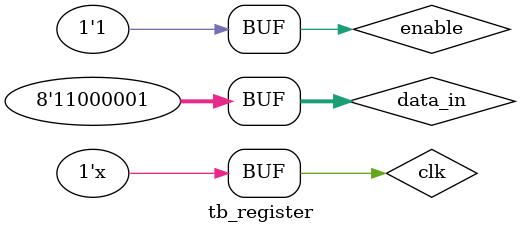
<source format=v>
`timescale 1ns / 1ps


module tb_register;

	// Inputs
	reg clk;
	reg [7:0] data_in;
	reg enable;

	// Outputs
	wire [7:0] data_out;

	// Instantiate the Unit Under Test (UUT)
	register uut (
		.clk(clk), 
		.data_in(data_in), 
		.data_out(data_out), 
		.enable(enable)
	);

	initial clk = 1;
	always #10 clk =~clk;
	
	initial begin
		// Initialize Inputs
		data_in = -63;
		enable = 0;

		// Wait 100 ns for global reset to finish
		#100;
		
		enable = 1;
        
		// Add stimulus here

	end
      
endmodule


</source>
